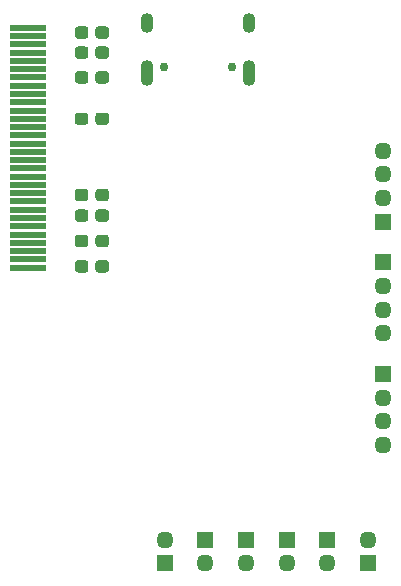
<source format=gbr>
%TF.GenerationSoftware,KiCad,Pcbnew,(5.1.6-0-10_14)*%
%TF.CreationDate,2020-11-30T17:01:27+08:00*%
%TF.ProjectId,Quadrotor,51756164-726f-4746-9f72-2e6b69636164,rev?*%
%TF.SameCoordinates,Original*%
%TF.FileFunction,Soldermask,Bot*%
%TF.FilePolarity,Negative*%
%FSLAX46Y46*%
G04 Gerber Fmt 4.6, Leading zero omitted, Abs format (unit mm)*
G04 Created by KiCad (PCBNEW (5.1.6-0-10_14)) date 2020-11-30 17:01:27*
%MOMM*%
%LPD*%
G01*
G04 APERTURE LIST*
%ADD10R,0.100000X0.100000*%
%ADD11R,3.100000X0.500000*%
%ADD12O,1.450000X1.450000*%
%ADD13R,1.450000X1.450000*%
%ADD14C,0.750000*%
%ADD15O,1.100000X1.700000*%
%ADD16O,1.100000X2.200000*%
G04 APERTURE END LIST*
D10*
%TO.C,J13*%
X107200000Y-125050000D03*
D11*
X108500000Y-103150000D03*
X108500000Y-103850000D03*
X108500000Y-104550000D03*
X108500000Y-105250000D03*
X108500000Y-105950000D03*
X108500000Y-106650000D03*
X108500000Y-107350000D03*
X108500000Y-108050000D03*
X108500000Y-108750000D03*
X108500000Y-109450000D03*
X108500000Y-110150000D03*
X108500000Y-110850000D03*
X108500000Y-111550000D03*
X108500000Y-112250000D03*
X108500000Y-112950000D03*
X108500000Y-113650000D03*
X108500000Y-114350000D03*
X108500000Y-115050000D03*
X108500000Y-115750000D03*
X108500000Y-116450000D03*
X108500000Y-117150000D03*
X108500000Y-117850000D03*
X108500000Y-118550000D03*
X108500000Y-119250000D03*
X108500000Y-119950000D03*
X108500000Y-120650000D03*
X108500000Y-121350000D03*
X108500000Y-122050000D03*
X108500000Y-122750000D03*
X108500000Y-123450000D03*
%TD*%
D12*
%TO.C,J4*%
X120100000Y-146500000D03*
D13*
X120100000Y-148500000D03*
%TD*%
%TO.C,R14*%
G36*
G01*
X113625000Y-117037500D02*
X113625000Y-117562500D01*
G75*
G02*
X113362500Y-117825000I-262500J0D01*
G01*
X112737500Y-117825000D01*
G75*
G02*
X112475000Y-117562500I0J262500D01*
G01*
X112475000Y-117037500D01*
G75*
G02*
X112737500Y-116775000I262500J0D01*
G01*
X113362500Y-116775000D01*
G75*
G02*
X113625000Y-117037500I0J-262500D01*
G01*
G37*
G36*
G01*
X115375000Y-117037500D02*
X115375000Y-117562500D01*
G75*
G02*
X115112500Y-117825000I-262500J0D01*
G01*
X114487500Y-117825000D01*
G75*
G02*
X114225000Y-117562500I0J262500D01*
G01*
X114225000Y-117037500D01*
G75*
G02*
X114487500Y-116775000I262500J0D01*
G01*
X115112500Y-116775000D01*
G75*
G02*
X115375000Y-117037500I0J-262500D01*
G01*
G37*
%TD*%
%TO.C,R13*%
G36*
G01*
X113625000Y-118787500D02*
X113625000Y-119312500D01*
G75*
G02*
X113362500Y-119575000I-262500J0D01*
G01*
X112737500Y-119575000D01*
G75*
G02*
X112475000Y-119312500I0J262500D01*
G01*
X112475000Y-118787500D01*
G75*
G02*
X112737500Y-118525000I262500J0D01*
G01*
X113362500Y-118525000D01*
G75*
G02*
X113625000Y-118787500I0J-262500D01*
G01*
G37*
G36*
G01*
X115375000Y-118787500D02*
X115375000Y-119312500D01*
G75*
G02*
X115112500Y-119575000I-262500J0D01*
G01*
X114487500Y-119575000D01*
G75*
G02*
X114225000Y-119312500I0J262500D01*
G01*
X114225000Y-118787500D01*
G75*
G02*
X114487500Y-118525000I262500J0D01*
G01*
X115112500Y-118525000D01*
G75*
G02*
X115375000Y-118787500I0J-262500D01*
G01*
G37*
%TD*%
%TO.C,R12*%
G36*
G01*
X113625000Y-107087500D02*
X113625000Y-107612500D01*
G75*
G02*
X113362500Y-107875000I-262500J0D01*
G01*
X112737500Y-107875000D01*
G75*
G02*
X112475000Y-107612500I0J262500D01*
G01*
X112475000Y-107087500D01*
G75*
G02*
X112737500Y-106825000I262500J0D01*
G01*
X113362500Y-106825000D01*
G75*
G02*
X113625000Y-107087500I0J-262500D01*
G01*
G37*
G36*
G01*
X115375000Y-107087500D02*
X115375000Y-107612500D01*
G75*
G02*
X115112500Y-107875000I-262500J0D01*
G01*
X114487500Y-107875000D01*
G75*
G02*
X114225000Y-107612500I0J262500D01*
G01*
X114225000Y-107087500D01*
G75*
G02*
X114487500Y-106825000I262500J0D01*
G01*
X115112500Y-106825000D01*
G75*
G02*
X115375000Y-107087500I0J-262500D01*
G01*
G37*
%TD*%
%TO.C,R11*%
G36*
G01*
X114225000Y-111112500D02*
X114225000Y-110587500D01*
G75*
G02*
X114487500Y-110325000I262500J0D01*
G01*
X115112500Y-110325000D01*
G75*
G02*
X115375000Y-110587500I0J-262500D01*
G01*
X115375000Y-111112500D01*
G75*
G02*
X115112500Y-111375000I-262500J0D01*
G01*
X114487500Y-111375000D01*
G75*
G02*
X114225000Y-111112500I0J262500D01*
G01*
G37*
G36*
G01*
X112475000Y-111112500D02*
X112475000Y-110587500D01*
G75*
G02*
X112737500Y-110325000I262500J0D01*
G01*
X113362500Y-110325000D01*
G75*
G02*
X113625000Y-110587500I0J-262500D01*
G01*
X113625000Y-111112500D01*
G75*
G02*
X113362500Y-111375000I-262500J0D01*
G01*
X112737500Y-111375000D01*
G75*
G02*
X112475000Y-111112500I0J262500D01*
G01*
G37*
%TD*%
D12*
%TO.C,J10*%
X138550000Y-138450000D03*
X138550000Y-136450000D03*
X138550000Y-134450000D03*
D13*
X138550000Y-132450000D03*
%TD*%
D12*
%TO.C,J9*%
X138550000Y-113550000D03*
X138550000Y-115550000D03*
X138550000Y-117550000D03*
D13*
X138550000Y-119550000D03*
%TD*%
D12*
%TO.C,J8*%
X138550000Y-129000000D03*
X138550000Y-127000000D03*
X138550000Y-125000000D03*
D13*
X138550000Y-123000000D03*
%TD*%
D12*
%TO.C,J7*%
X137300000Y-146500000D03*
D13*
X137300000Y-148500000D03*
%TD*%
D12*
%TO.C,J6*%
X133860000Y-148500000D03*
D13*
X133860000Y-146500000D03*
%TD*%
D12*
%TO.C,J5*%
X126980000Y-148500000D03*
D13*
X126980000Y-146500000D03*
%TD*%
D12*
%TO.C,J3*%
X130420000Y-148500000D03*
D13*
X130420000Y-146500000D03*
%TD*%
D12*
%TO.C,J2*%
X123540000Y-148500000D03*
D13*
X123540000Y-146500000D03*
%TD*%
D14*
%TO.C,J1*%
X125790000Y-106455000D03*
X120010000Y-106455000D03*
D15*
X118580000Y-102775000D03*
X127220000Y-102775000D03*
D16*
X118580000Y-106955000D03*
X127220000Y-106955000D03*
%TD*%
%TO.C,C29*%
G36*
G01*
X113625000Y-104987500D02*
X113625000Y-105512500D01*
G75*
G02*
X113362500Y-105775000I-262500J0D01*
G01*
X112737500Y-105775000D01*
G75*
G02*
X112475000Y-105512500I0J262500D01*
G01*
X112475000Y-104987500D01*
G75*
G02*
X112737500Y-104725000I262500J0D01*
G01*
X113362500Y-104725000D01*
G75*
G02*
X113625000Y-104987500I0J-262500D01*
G01*
G37*
G36*
G01*
X115375000Y-104987500D02*
X115375000Y-105512500D01*
G75*
G02*
X115112500Y-105775000I-262500J0D01*
G01*
X114487500Y-105775000D01*
G75*
G02*
X114225000Y-105512500I0J262500D01*
G01*
X114225000Y-104987500D01*
G75*
G02*
X114487500Y-104725000I262500J0D01*
G01*
X115112500Y-104725000D01*
G75*
G02*
X115375000Y-104987500I0J-262500D01*
G01*
G37*
%TD*%
%TO.C,C28*%
G36*
G01*
X113625000Y-103287500D02*
X113625000Y-103812500D01*
G75*
G02*
X113362500Y-104075000I-262500J0D01*
G01*
X112737500Y-104075000D01*
G75*
G02*
X112475000Y-103812500I0J262500D01*
G01*
X112475000Y-103287500D01*
G75*
G02*
X112737500Y-103025000I262500J0D01*
G01*
X113362500Y-103025000D01*
G75*
G02*
X113625000Y-103287500I0J-262500D01*
G01*
G37*
G36*
G01*
X115375000Y-103287500D02*
X115375000Y-103812500D01*
G75*
G02*
X115112500Y-104075000I-262500J0D01*
G01*
X114487500Y-104075000D01*
G75*
G02*
X114225000Y-103812500I0J262500D01*
G01*
X114225000Y-103287500D01*
G75*
G02*
X114487500Y-103025000I262500J0D01*
G01*
X115112500Y-103025000D01*
G75*
G02*
X115375000Y-103287500I0J-262500D01*
G01*
G37*
%TD*%
%TO.C,C27*%
G36*
G01*
X114225000Y-121462500D02*
X114225000Y-120937500D01*
G75*
G02*
X114487500Y-120675000I262500J0D01*
G01*
X115112500Y-120675000D01*
G75*
G02*
X115375000Y-120937500I0J-262500D01*
G01*
X115375000Y-121462500D01*
G75*
G02*
X115112500Y-121725000I-262500J0D01*
G01*
X114487500Y-121725000D01*
G75*
G02*
X114225000Y-121462500I0J262500D01*
G01*
G37*
G36*
G01*
X112475000Y-121462500D02*
X112475000Y-120937500D01*
G75*
G02*
X112737500Y-120675000I262500J0D01*
G01*
X113362500Y-120675000D01*
G75*
G02*
X113625000Y-120937500I0J-262500D01*
G01*
X113625000Y-121462500D01*
G75*
G02*
X113362500Y-121725000I-262500J0D01*
G01*
X112737500Y-121725000D01*
G75*
G02*
X112475000Y-121462500I0J262500D01*
G01*
G37*
%TD*%
%TO.C,C26*%
G36*
G01*
X113625000Y-123087500D02*
X113625000Y-123612500D01*
G75*
G02*
X113362500Y-123875000I-262500J0D01*
G01*
X112737500Y-123875000D01*
G75*
G02*
X112475000Y-123612500I0J262500D01*
G01*
X112475000Y-123087500D01*
G75*
G02*
X112737500Y-122825000I262500J0D01*
G01*
X113362500Y-122825000D01*
G75*
G02*
X113625000Y-123087500I0J-262500D01*
G01*
G37*
G36*
G01*
X115375000Y-123087500D02*
X115375000Y-123612500D01*
G75*
G02*
X115112500Y-123875000I-262500J0D01*
G01*
X114487500Y-123875000D01*
G75*
G02*
X114225000Y-123612500I0J262500D01*
G01*
X114225000Y-123087500D01*
G75*
G02*
X114487500Y-122825000I262500J0D01*
G01*
X115112500Y-122825000D01*
G75*
G02*
X115375000Y-123087500I0J-262500D01*
G01*
G37*
%TD*%
M02*

</source>
